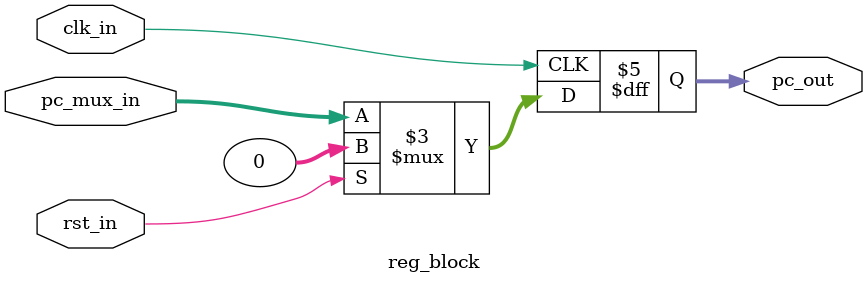
<source format=v>
`timescale 1ns / 1ps

module reg_block(
    input [31:0] pc_mux_in,
    input rst_in,clk_in,
    output reg [31:0] pc_out
    );
    begin
    always@(posedge clk_in)
    if (rst_in)
    pc_out=0;
    else pc_out=pc_mux_in;
end
endmodule

</source>
